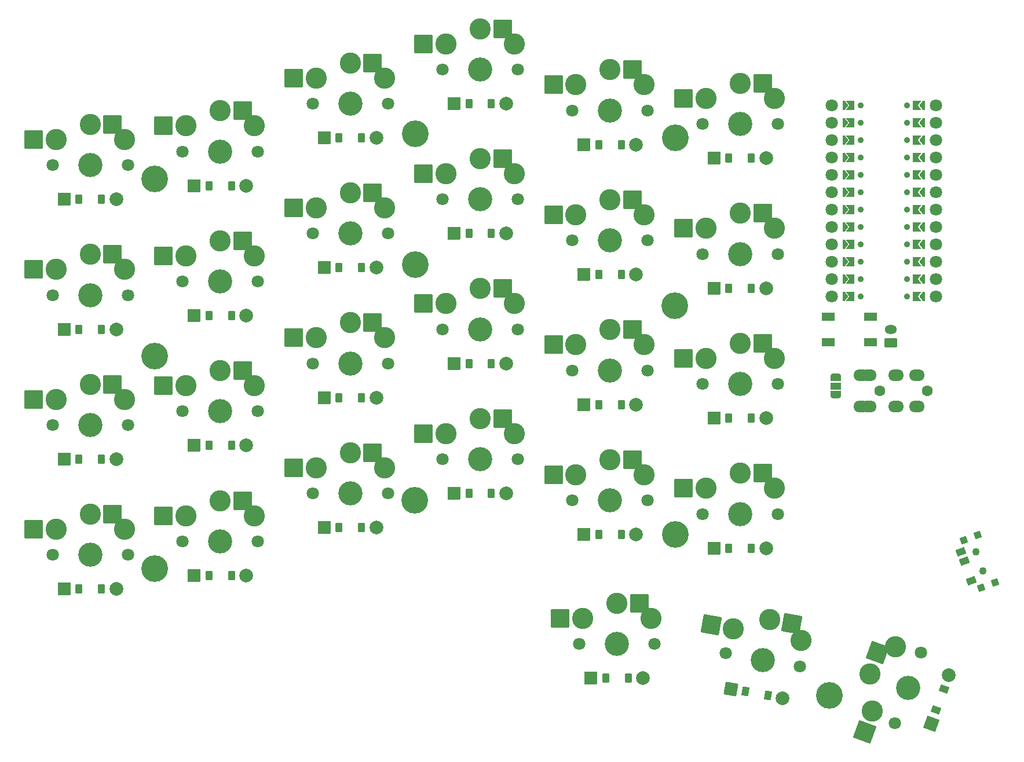
<source format=gbr>
%TF.GenerationSoftware,KiCad,Pcbnew,8.0.5-8.0.5-0~ubuntu20.04.1*%
%TF.CreationDate,2024-10-07T16:46:15+02:00*%
%TF.ProjectId,keyboard_pcb,6b657962-6f61-4726-945f-7063622e6b69,v1.0.0*%
%TF.SameCoordinates,Original*%
%TF.FileFunction,Soldermask,Top*%
%TF.FilePolarity,Negative*%
%FSLAX46Y46*%
G04 Gerber Fmt 4.6, Leading zero omitted, Abs format (unit mm)*
G04 Created by KiCad (PCBNEW 8.0.5-8.0.5-0~ubuntu20.04.1) date 2024-10-07 16:46:15*
%MOMM*%
%LPD*%
G01*
G04 APERTURE LIST*
G04 Aperture macros list*
%AMRoundRect*
0 Rectangle with rounded corners*
0 $1 Rounding radius*
0 $2 $3 $4 $5 $6 $7 $8 $9 X,Y pos of 4 corners*
0 Add a 4 corners polygon primitive as box body*
4,1,4,$2,$3,$4,$5,$6,$7,$8,$9,$2,$3,0*
0 Add four circle primitives for the rounded corners*
1,1,$1+$1,$2,$3*
1,1,$1+$1,$4,$5*
1,1,$1+$1,$6,$7*
1,1,$1+$1,$8,$9*
0 Add four rect primitives between the rounded corners*
20,1,$1+$1,$2,$3,$4,$5,0*
20,1,$1+$1,$4,$5,$6,$7,0*
20,1,$1+$1,$6,$7,$8,$9,0*
20,1,$1+$1,$8,$9,$2,$3,0*%
%AMFreePoly0*
4,1,16,-0.214645,0.660355,-0.210957,0.656235,0.289043,0.031235,0.299694,-0.005522,0.289043,-0.031235,-0.210957,-0.656235,-0.244478,-0.674694,-0.250000,-0.675000,-0.500000,-0.675000,-0.535355,-0.660355,-0.550000,-0.625000,-0.550000,0.625000,-0.535355,0.660355,-0.500000,0.675000,-0.250000,0.675000,-0.214645,0.660355,-0.214645,0.660355,$1*%
%AMFreePoly1*
4,1,16,0.535355,0.660355,0.550000,0.625000,0.550000,-0.625000,0.535355,-0.660355,0.500000,-0.675000,-0.650000,-0.675000,-0.685355,-0.660355,-0.700000,-0.625000,-0.689043,-0.593765,-0.214031,0.000000,-0.689043,0.593765,-0.699694,0.630522,-0.681235,0.664043,-0.650000,0.675000,0.500000,0.675000,0.535355,0.660355,0.535355,0.660355,$1*%
%AMFreePoly2*
4,1,35,0.585355,0.785355,0.600000,0.750000,0.600000,-0.750000,0.585355,-0.785355,0.550000,-0.800000,0.000000,-0.800000,-0.012286,-0.794911,-0.071157,-0.794911,-0.085244,-0.792886,-0.221795,-0.752791,-0.234740,-0.746879,-0.354462,-0.669938,-0.365217,-0.660618,-0.458414,-0.553063,-0.466109,-0.541091,-0.525228,-0.411637,-0.529237,-0.397982,-0.549491,-0.257116,-0.550000,-0.250000,-0.550000,0.250000,
-0.549491,0.257116,-0.529237,0.397982,-0.525228,0.411637,-0.466109,0.541091,-0.458414,0.553063,-0.365217,0.660618,-0.354462,0.669938,-0.234740,0.746879,-0.221795,0.752791,-0.085244,0.792886,-0.071157,0.794911,-0.012286,0.794911,0.000000,0.800000,0.550000,0.800000,0.585355,0.785355,0.585355,0.785355,$1*%
%AMFreePoly3*
4,1,35,0.012286,0.794911,0.071157,0.794911,0.085244,0.792886,0.221795,0.752791,0.234740,0.746879,0.354462,0.669938,0.365217,0.660618,0.458414,0.553063,0.466109,0.541091,0.525228,0.411637,0.529237,0.397982,0.549491,0.257116,0.550000,0.250000,0.550000,-0.250000,0.549491,-0.257116,0.529237,-0.397982,0.525228,-0.411637,0.466109,-0.541091,0.458414,-0.553063,0.365217,-0.660618,
0.354462,-0.669938,0.234740,-0.746879,0.221795,-0.752791,0.085244,-0.792886,0.071157,-0.794911,0.012286,-0.794911,0.000000,-0.800000,-0.550000,-0.800000,-0.585355,-0.785355,-0.600000,-0.750000,-0.600000,0.750000,-0.585355,0.785355,-0.550000,0.800000,0.000000,0.800000,0.012286,0.794911,0.012286,0.794911,$1*%
G04 Aperture macros list end*
%ADD10RoundRect,0.050000X-0.576771X0.268953X-0.268953X-0.576771X0.576771X-0.268953X0.268953X0.576771X0*%
%ADD11C,1.100000*%
%ADD12RoundRect,0.050000X-0.741217X0.209099X-0.433399X-0.636624X0.741217X-0.209099X0.433399X0.636624X0*%
%ADD13RoundRect,0.050000X-0.900000X-0.550000X0.900000X-0.550000X0.900000X0.550000X-0.900000X0.550000X0*%
%ADD14C,1.801800*%
%ADD15C,3.100000*%
%ADD16C,3.529000*%
%ADD17RoundRect,0.050000X-1.300000X-1.300000X1.300000X-1.300000X1.300000X1.300000X-1.300000X1.300000X0*%
%ADD18RoundRect,0.050000X-0.889000X-0.889000X0.889000X-0.889000X0.889000X0.889000X-0.889000X0.889000X0*%
%ADD19RoundRect,0.050000X-0.450000X-0.600000X0.450000X-0.600000X0.450000X0.600000X-0.450000X0.600000X0*%
%ADD20C,2.005000*%
%ADD21FreePoly0,180.000000*%
%ADD22C,1.800000*%
%ADD23FreePoly0,0.000000*%
%ADD24C,0.900000*%
%ADD25FreePoly1,180.000000*%
%ADD26FreePoly1,0.000000*%
%ADD27C,3.900000*%
%ADD28RoundRect,0.050000X0.850000X-0.600000X0.850000X0.600000X-0.850000X0.600000X-0.850000X-0.600000X0*%
%ADD29O,1.800000X1.300000*%
%ADD30RoundRect,0.050000X0.776974X-1.666227X1.666227X0.776974X-0.776974X1.666227X-1.666227X-0.776974X0*%
%ADD31RoundRect,0.050000X0.531331X-1.139443X1.139443X0.531331X-0.531331X1.139443X-1.139443X-0.531331X0*%
%ADD32RoundRect,0.050000X0.409907X-0.628074X0.717725X0.217650X-0.409907X0.628074X-0.717725X-0.217650X0*%
%ADD33C,1.600000*%
%ADD34O,2.300000X1.700000*%
%ADD35FreePoly2,270.000000*%
%ADD36RoundRect,0.050000X-0.750000X0.500000X-0.750000X-0.500000X0.750000X-0.500000X0.750000X0.500000X0*%
%ADD37FreePoly3,270.000000*%
%ADD38RoundRect,0.050000X-1.029867X-0.721121X0.721121X-1.029867X1.029867X0.721121X-0.721121X1.029867X0*%
%ADD39RoundRect,0.050000X-0.547352X-0.512743X0.338975X-0.669026X0.547352X0.512743X-0.338975X0.669026X0*%
%ADD40RoundRect,0.050000X-1.505993X-1.054507X1.054507X-1.505993X1.505993X1.054507X-1.054507X1.505993X0*%
G04 APERTURE END LIST*
D10*
%TO.C,T1*%
X229768187Y-147056454D03*
X227700865Y-147808898D03*
D11*
X229486970Y-149500000D03*
X230513030Y-152319078D03*
D10*
X232299135Y-154010180D03*
X230231813Y-154762624D03*
D12*
X228819683Y-153733539D03*
X227793623Y-150914461D03*
X227280592Y-149504921D03*
%TD*%
D13*
%TO.C,B1*%
X207900000Y-115150000D03*
X214100000Y-115150000D03*
X207900000Y-118850000D03*
X214100000Y-118850000D03*
%TD*%
D14*
%TO.C,S1*%
X94500000Y-150000000D03*
D15*
X95000000Y-146250000D03*
X100000000Y-144050000D03*
X100000000Y-144050000D03*
D16*
X100000000Y-150000000D03*
D15*
X105000000Y-146250000D03*
D14*
X105500000Y-150000000D03*
D17*
X103275000Y-144050000D03*
X91725000Y-146250000D03*
%TD*%
D18*
%TO.C,D6*%
X115190000Y-134000000D03*
D19*
X117350000Y-134000000D03*
X120650000Y-134000000D03*
D20*
X122810000Y-134000000D03*
%TD*%
D14*
%TO.C,S19*%
X170500000Y-104000000D03*
D15*
X171000000Y-100250000D03*
X176000000Y-98050000D03*
X176000000Y-98050000D03*
D16*
X176000000Y-104000000D03*
D15*
X181000000Y-100250000D03*
D14*
X181500000Y-104000000D03*
D17*
X179275000Y-98050000D03*
X167725000Y-100250000D03*
%TD*%
D18*
%TO.C,D10*%
X134190000Y-127000000D03*
D19*
X136350000Y-127000000D03*
X139650000Y-127000000D03*
D20*
X141810000Y-127000000D03*
%TD*%
D21*
%TO.C,MCU1*%
X221500000Y-84300000D03*
D22*
X223620000Y-84300000D03*
D21*
X221500000Y-86840000D03*
D22*
X223620000Y-86840000D03*
D21*
X221500000Y-89380000D03*
D22*
X223620000Y-89380000D03*
D21*
X221500000Y-91920000D03*
D22*
X223620000Y-91920000D03*
D21*
X221500000Y-94460000D03*
D22*
X223620000Y-94460000D03*
D21*
X221500000Y-97000000D03*
D22*
X223620000Y-97000000D03*
D21*
X221500000Y-99540000D03*
D22*
X223620000Y-99540000D03*
D21*
X221500000Y-102080000D03*
D22*
X223620000Y-102080000D03*
D21*
X221500000Y-104620000D03*
D22*
X223620000Y-104620000D03*
D21*
X221500000Y-107160000D03*
D22*
X223620000Y-107160000D03*
D21*
X221500000Y-109700000D03*
D22*
X223620000Y-109700000D03*
D21*
X221500000Y-112240000D03*
D22*
X223620000Y-112240000D03*
X208380000Y-112240000D03*
D23*
X210500000Y-112240000D03*
D22*
X208380000Y-109700000D03*
D23*
X210500000Y-109700000D03*
D22*
X208380000Y-107160000D03*
D23*
X210500000Y-107160000D03*
D22*
X208380000Y-104620000D03*
D23*
X210500000Y-104620000D03*
D22*
X208380000Y-102080000D03*
D23*
X210500000Y-102080000D03*
D22*
X208380000Y-99540000D03*
D23*
X210500000Y-99540000D03*
D22*
X208380000Y-97000000D03*
D23*
X210500000Y-97000000D03*
D22*
X208380000Y-94460000D03*
D23*
X210500000Y-94460000D03*
D22*
X208380000Y-91920000D03*
D23*
X210500000Y-91920000D03*
D22*
X208380000Y-89380000D03*
D23*
X210500000Y-89380000D03*
D22*
X208380000Y-86840000D03*
D23*
X210500000Y-86840000D03*
D22*
X208380000Y-84300000D03*
D23*
X210500000Y-84300000D03*
D24*
X219400000Y-84300000D03*
D25*
X220775000Y-84300000D03*
D24*
X219400000Y-86840000D03*
D25*
X220775000Y-86840000D03*
D24*
X219400000Y-89380000D03*
D25*
X220775000Y-89380000D03*
D24*
X219400000Y-91920000D03*
D25*
X220775000Y-91920000D03*
D24*
X219400000Y-94460000D03*
D25*
X220775000Y-94460000D03*
D24*
X219400000Y-97000000D03*
D25*
X220775000Y-97000000D03*
D24*
X219400000Y-99540000D03*
D25*
X220775000Y-99540000D03*
D24*
X219400000Y-102080000D03*
D25*
X220775000Y-102080000D03*
D24*
X219400000Y-104620000D03*
D25*
X220775000Y-104620000D03*
D24*
X219400000Y-107160000D03*
D25*
X220775000Y-107160000D03*
D24*
X219400000Y-109700000D03*
D25*
X220775000Y-109700000D03*
D24*
X219400000Y-112240000D03*
D25*
X220775000Y-112240000D03*
D26*
X211225000Y-112240000D03*
D24*
X212600000Y-112240000D03*
D26*
X211225000Y-109700000D03*
D24*
X212600000Y-109700000D03*
D26*
X211225000Y-107160000D03*
D24*
X212600000Y-107160000D03*
D26*
X211225000Y-104620000D03*
D24*
X212600000Y-104620000D03*
D26*
X211225000Y-102080000D03*
D24*
X212600000Y-102080000D03*
D26*
X211225000Y-99540000D03*
D24*
X212600000Y-99540000D03*
D26*
X211225000Y-97000000D03*
D24*
X212600000Y-97000000D03*
D26*
X211225000Y-94460000D03*
D24*
X212600000Y-94460000D03*
D26*
X211225000Y-91920000D03*
D24*
X212600000Y-91920000D03*
D26*
X211225000Y-89380000D03*
D24*
X212600000Y-89380000D03*
D26*
X211225000Y-86840000D03*
D24*
X212600000Y-86840000D03*
D26*
X211225000Y-84300000D03*
D24*
X212600000Y-84300000D03*
%TD*%
D14*
%TO.C,S8*%
X113500000Y-91000000D03*
D15*
X114000000Y-87250000D03*
X119000000Y-85050000D03*
X119000000Y-85050000D03*
D16*
X119000000Y-91000000D03*
D15*
X124000000Y-87250000D03*
D14*
X124500000Y-91000000D03*
D17*
X122275000Y-85050000D03*
X110725000Y-87250000D03*
%TD*%
D18*
%TO.C,D17*%
X172190000Y-147000000D03*
D19*
X174350000Y-147000000D03*
X177650000Y-147000000D03*
D20*
X179810000Y-147000000D03*
%TD*%
D14*
%TO.C,S3*%
X94500000Y-112000000D03*
D15*
X95000000Y-108250000D03*
X100000000Y-106050000D03*
X100000000Y-106050000D03*
D16*
X100000000Y-112000000D03*
D15*
X105000000Y-108250000D03*
D14*
X105500000Y-112000000D03*
D17*
X103275000Y-106050000D03*
X91725000Y-108250000D03*
%TD*%
D18*
%TO.C,D23*%
X191190000Y-111000000D03*
D19*
X193350000Y-111000000D03*
X196650000Y-111000000D03*
D20*
X198810000Y-111000000D03*
%TD*%
D27*
%TO.C,H3*%
X109450000Y-152000000D03*
%TD*%
%TO.C,H8*%
X109450000Y-120920000D03*
%TD*%
D18*
%TO.C,D2*%
X96190000Y-136000000D03*
D19*
X98350000Y-136000000D03*
X101650000Y-136000000D03*
D20*
X103810000Y-136000000D03*
%TD*%
D18*
%TO.C,D21*%
X191190000Y-149000000D03*
D19*
X193350000Y-149000000D03*
X196650000Y-149000000D03*
D20*
X198810000Y-149000000D03*
%TD*%
D28*
%TO.C,JST2*%
X217000000Y-119000000D03*
D29*
X217000000Y-117000000D03*
%TD*%
D11*
%TO.C,T2*%
X229486970Y-149500000D03*
X230513030Y-152319078D03*
%TD*%
D18*
%TO.C,D19*%
X172190000Y-109000000D03*
D19*
X174350000Y-109000000D03*
X177650000Y-109000000D03*
D20*
X179810000Y-109000000D03*
%TD*%
D18*
%TO.C,D8*%
X115190000Y-96000000D03*
D19*
X117350000Y-96000000D03*
X120650000Y-96000000D03*
D20*
X122810000Y-96000000D03*
%TD*%
D28*
%TO.C,JST1*%
X217000000Y-119000000D03*
D29*
X217000000Y-117000000D03*
%TD*%
D14*
%TO.C,S16*%
X151500000Y-79000000D03*
D15*
X152000000Y-75250000D03*
X157000000Y-73050000D03*
X157000000Y-73050000D03*
D16*
X157000000Y-79000000D03*
D15*
X162000000Y-75250000D03*
D14*
X162500000Y-79000000D03*
D17*
X160275000Y-73050000D03*
X148725000Y-75250000D03*
%TD*%
D14*
%TO.C,S4*%
X94500000Y-93000000D03*
D15*
X95000000Y-89250000D03*
X100000000Y-87050000D03*
X100000000Y-87050000D03*
D16*
X100000000Y-93000000D03*
D15*
X105000000Y-89250000D03*
D14*
X105500000Y-93000000D03*
D17*
X103275000Y-87050000D03*
X91725000Y-89250000D03*
%TD*%
D18*
%TO.C,D11*%
X134190000Y-108000000D03*
D19*
X136350000Y-108000000D03*
X139650000Y-108000000D03*
D20*
X141810000Y-108000000D03*
%TD*%
D14*
%TO.C,S2*%
X94500000Y-131000000D03*
D15*
X95000000Y-127250000D03*
X100000000Y-125050000D03*
X100000000Y-125050000D03*
D16*
X100000000Y-131000000D03*
D15*
X105000000Y-127250000D03*
D14*
X105500000Y-131000000D03*
D17*
X103275000Y-125050000D03*
X91725000Y-127250000D03*
%TD*%
D14*
%TO.C,S24*%
X189500000Y-87000000D03*
D15*
X190000000Y-83250000D03*
X195000000Y-81050000D03*
X195000000Y-81050000D03*
D16*
X195000000Y-87000000D03*
D15*
X200000000Y-83250000D03*
D14*
X200500000Y-87000000D03*
D17*
X198275000Y-81050000D03*
X186725000Y-83250000D03*
%TD*%
D14*
%TO.C,S27*%
X217652140Y-174579294D03*
D15*
X214299303Y-172826873D03*
X213942080Y-167375965D03*
X213942080Y-167375965D03*
D16*
X219533251Y-169410985D03*
D15*
X217719504Y-163429946D03*
D14*
X221414362Y-164242676D03*
D30*
X215062196Y-164298472D03*
X213179187Y-175904366D03*
%TD*%
D18*
%TO.C,D15*%
X153190000Y-103000000D03*
D19*
X155350000Y-103000000D03*
X158650000Y-103000000D03*
D20*
X160810000Y-103000000D03*
%TD*%
D18*
%TO.C,D18*%
X172190000Y-128000000D03*
D19*
X174350000Y-128000000D03*
X177650000Y-128000000D03*
D20*
X179810000Y-128000000D03*
%TD*%
D31*
%TO.C,D27*%
X222928617Y-174701314D03*
D32*
X223667381Y-172671578D03*
X224796047Y-169570592D03*
D20*
X225534811Y-167540856D03*
%TD*%
D27*
%TO.C,H2*%
X109450000Y-95000000D03*
%TD*%
%TO.C,H1*%
X185550000Y-89000000D03*
%TD*%
D18*
%TO.C,D25*%
X173190000Y-168000000D03*
D19*
X175350000Y-168000000D03*
X178650000Y-168000000D03*
D20*
X180810000Y-168000000D03*
%TD*%
D33*
%TO.C,TRRS1*%
X222400000Y-126000000D03*
X215400000Y-126000000D03*
D34*
X212700000Y-123700000D03*
X212700000Y-128300000D03*
X213800000Y-123700000D03*
X213800000Y-128300000D03*
X217800000Y-123700000D03*
X217800000Y-128300000D03*
X220800000Y-123700000D03*
X220800000Y-128300000D03*
%TD*%
D18*
%TO.C,D14*%
X153190000Y-122000000D03*
D19*
X155350000Y-122000000D03*
X158650000Y-122000000D03*
D20*
X160810000Y-122000000D03*
%TD*%
D14*
%TO.C,S20*%
X170500000Y-85000000D03*
D15*
X171000000Y-81250000D03*
X176000000Y-79050000D03*
X176000000Y-79050000D03*
D16*
X176000000Y-85000000D03*
D15*
X181000000Y-81250000D03*
D14*
X181500000Y-85000000D03*
D17*
X179275000Y-79050000D03*
X167725000Y-81250000D03*
%TD*%
D14*
%TO.C,S11*%
X132500000Y-103000000D03*
D15*
X133000000Y-99250000D03*
X138000000Y-97050000D03*
X138000000Y-97050000D03*
D16*
X138000000Y-103000000D03*
D15*
X143000000Y-99250000D03*
D14*
X143500000Y-103000000D03*
D17*
X141275000Y-97050000D03*
X129725000Y-99250000D03*
%TD*%
D14*
%TO.C,S9*%
X132500000Y-141000000D03*
D15*
X133000000Y-137250000D03*
X138000000Y-135050000D03*
X138000000Y-135050000D03*
D16*
X138000000Y-141000000D03*
D15*
X143000000Y-137250000D03*
D14*
X143500000Y-141000000D03*
D17*
X141275000Y-135050000D03*
X129725000Y-137250000D03*
%TD*%
D14*
%TO.C,S12*%
X132500000Y-84000000D03*
D15*
X133000000Y-80250000D03*
X138000000Y-78050000D03*
X138000000Y-78050000D03*
D16*
X138000000Y-84000000D03*
D15*
X143000000Y-80250000D03*
D14*
X143500000Y-84000000D03*
D17*
X141275000Y-78050000D03*
X129725000Y-80250000D03*
%TD*%
D18*
%TO.C,D12*%
X134190000Y-89000000D03*
D19*
X136350000Y-89000000D03*
X139650000Y-89000000D03*
D20*
X141810000Y-89000000D03*
%TD*%
D14*
%TO.C,S10*%
X132500000Y-122000000D03*
D15*
X133000000Y-118250000D03*
X138000000Y-116050000D03*
X138000000Y-116050000D03*
D16*
X138000000Y-122000000D03*
D15*
X143000000Y-118250000D03*
D14*
X143500000Y-122000000D03*
D17*
X141275000Y-116050000D03*
X129725000Y-118250000D03*
%TD*%
D18*
%TO.C,D13*%
X153190000Y-141000000D03*
D19*
X155350000Y-141000000D03*
X158650000Y-141000000D03*
D20*
X160810000Y-141000000D03*
%TD*%
D27*
%TO.C,H5*%
X147550000Y-107550000D03*
%TD*%
D14*
%TO.C,S5*%
X113500000Y-148000000D03*
D15*
X114000000Y-144250000D03*
X119000000Y-142050000D03*
X119000000Y-142050000D03*
D16*
X119000000Y-148000000D03*
D15*
X124000000Y-144250000D03*
D14*
X124500000Y-148000000D03*
D17*
X122275000Y-142050000D03*
X110725000Y-144250000D03*
%TD*%
D27*
%TO.C,H7*%
X208012759Y-170538758D03*
%TD*%
D14*
%TO.C,S13*%
X151500000Y-136000000D03*
D15*
X152000000Y-132250000D03*
X157000000Y-130050000D03*
X157000000Y-130050000D03*
D16*
X157000000Y-136000000D03*
D15*
X162000000Y-132250000D03*
D14*
X162500000Y-136000000D03*
D17*
X160275000Y-130050000D03*
X148725000Y-132250000D03*
%TD*%
D14*
%TO.C,S17*%
X170500000Y-142000000D03*
D15*
X171000000Y-138250000D03*
X176000000Y-136050000D03*
X176000000Y-136050000D03*
D16*
X176000000Y-142000000D03*
D15*
X181000000Y-138250000D03*
D14*
X181500000Y-142000000D03*
D17*
X179275000Y-136050000D03*
X167725000Y-138250000D03*
%TD*%
D27*
%TO.C,H4*%
X185550000Y-147000000D03*
%TD*%
D18*
%TO.C,D24*%
X191190000Y-92000000D03*
D19*
X193350000Y-92000000D03*
X196650000Y-92000000D03*
D20*
X198810000Y-92000000D03*
%TD*%
D14*
%TO.C,S21*%
X189500000Y-144000000D03*
D15*
X190000000Y-140250000D03*
X195000000Y-138050000D03*
X195000000Y-138050000D03*
D16*
X195000000Y-144000000D03*
D15*
X200000000Y-140250000D03*
D14*
X200500000Y-144000000D03*
D17*
X198275000Y-138050000D03*
X186725000Y-140250000D03*
%TD*%
D18*
%TO.C,D22*%
X191190000Y-130000000D03*
D19*
X193350000Y-130000000D03*
X196650000Y-130000000D03*
D20*
X198810000Y-130000000D03*
%TD*%
D18*
%TO.C,D9*%
X134190000Y-146000000D03*
D19*
X136350000Y-146000000D03*
X139650000Y-146000000D03*
D20*
X141810000Y-146000000D03*
%TD*%
D14*
%TO.C,S18*%
X170500000Y-123000000D03*
D15*
X171000000Y-119250000D03*
X176000000Y-117050000D03*
X176000000Y-117050000D03*
D16*
X176000000Y-123000000D03*
D15*
X181000000Y-119250000D03*
D14*
X181500000Y-123000000D03*
D17*
X179275000Y-117050000D03*
X167725000Y-119250000D03*
%TD*%
D18*
%TO.C,D5*%
X115190000Y-153000000D03*
D19*
X117350000Y-153000000D03*
X120650000Y-153000000D03*
D20*
X122810000Y-153000000D03*
%TD*%
D14*
%TO.C,S22*%
X189500000Y-125000000D03*
D15*
X190000000Y-121250000D03*
X195000000Y-119050000D03*
X195000000Y-119050000D03*
D16*
X195000000Y-125000000D03*
D15*
X200000000Y-121250000D03*
D14*
X200500000Y-125000000D03*
D17*
X198275000Y-119050000D03*
X186725000Y-121250000D03*
%TD*%
D18*
%TO.C,D3*%
X96190000Y-117000000D03*
D19*
X98350000Y-117000000D03*
X101650000Y-117000000D03*
D20*
X103810000Y-117000000D03*
%TD*%
D18*
%TO.C,D4*%
X96190000Y-98000000D03*
D19*
X98350000Y-98000000D03*
X101650000Y-98000000D03*
D20*
X103810000Y-98000000D03*
%TD*%
D27*
%TO.C,H6*%
X147450000Y-142000000D03*
%TD*%
D14*
%TO.C,S23*%
X189500000Y-106000000D03*
D15*
X190000000Y-102250000D03*
X195000000Y-100050000D03*
X195000000Y-100050000D03*
D16*
X195000000Y-106000000D03*
D15*
X200000000Y-102250000D03*
D14*
X200500000Y-106000000D03*
D17*
X198275000Y-100050000D03*
X186725000Y-102250000D03*
%TD*%
D35*
%TO.C,REF\u002A\u002A*%
X209000000Y-124000000D03*
D36*
X209000000Y-125300000D03*
D37*
X209000000Y-126600000D03*
%TD*%
D38*
%TO.C,D26*%
X193674094Y-169606650D03*
D39*
X195801281Y-169981731D03*
X199051147Y-170554769D03*
D20*
X201178334Y-170929850D03*
%TD*%
D18*
%TO.C,D7*%
X115190000Y-115000000D03*
D19*
X117350000Y-115000000D03*
X120650000Y-115000000D03*
D20*
X122810000Y-115000000D03*
%TD*%
D14*
%TO.C,S6*%
X113500000Y-129000000D03*
D15*
X114000000Y-125250000D03*
X119000000Y-123050000D03*
X119000000Y-123050000D03*
D16*
X119000000Y-129000000D03*
D15*
X124000000Y-125250000D03*
D14*
X124500000Y-129000000D03*
D17*
X122275000Y-123050000D03*
X110725000Y-125250000D03*
%TD*%
D14*
%TO.C,S25*%
X171500000Y-163000000D03*
D15*
X172000000Y-159250000D03*
X177000000Y-157050000D03*
X177000000Y-157050000D03*
D16*
X177000000Y-163000000D03*
D15*
X182000000Y-159250000D03*
D14*
X182500000Y-163000000D03*
D17*
X180275000Y-157050000D03*
X168725000Y-159250000D03*
%TD*%
D27*
%TO.C,H9*%
X147550000Y-88450000D03*
%TD*%
%TO.C,H10*%
X185450000Y-113550000D03*
%TD*%
D14*
%TO.C,S26*%
X192878012Y-164389146D03*
D15*
X194021597Y-160782941D03*
X199327662Y-159484605D03*
X199327662Y-159484605D03*
D16*
X198294455Y-165344211D03*
D15*
X203869674Y-162519423D03*
D14*
X203710898Y-166299276D03*
D40*
X202552907Y-160053303D03*
X190796352Y-160214243D03*
%TD*%
D14*
%TO.C,S7*%
X113500000Y-110000000D03*
D15*
X114000000Y-106250000D03*
X119000000Y-104050000D03*
X119000000Y-104050000D03*
D16*
X119000000Y-110000000D03*
D15*
X124000000Y-106250000D03*
D14*
X124500000Y-110000000D03*
D17*
X122275000Y-104050000D03*
X110725000Y-106250000D03*
%TD*%
D18*
%TO.C,D16*%
X153190000Y-84000000D03*
D19*
X155350000Y-84000000D03*
X158650000Y-84000000D03*
D20*
X160810000Y-84000000D03*
%TD*%
D18*
%TO.C,D1*%
X96190000Y-155000000D03*
D19*
X98350000Y-155000000D03*
X101650000Y-155000000D03*
D20*
X103810000Y-155000000D03*
%TD*%
D14*
%TO.C,S15*%
X151500000Y-98000000D03*
D15*
X152000000Y-94250000D03*
X157000000Y-92050000D03*
X157000000Y-92050000D03*
D16*
X157000000Y-98000000D03*
D15*
X162000000Y-94250000D03*
D14*
X162500000Y-98000000D03*
D17*
X160275000Y-92050000D03*
X148725000Y-94250000D03*
%TD*%
D14*
%TO.C,S14*%
X151500000Y-117000000D03*
D15*
X152000000Y-113250000D03*
X157000000Y-111050000D03*
X157000000Y-111050000D03*
D16*
X157000000Y-117000000D03*
D15*
X162000000Y-113250000D03*
D14*
X162500000Y-117000000D03*
D17*
X160275000Y-111050000D03*
X148725000Y-113250000D03*
%TD*%
D18*
%TO.C,D20*%
X172190000Y-90000000D03*
D19*
X174350000Y-90000000D03*
X177650000Y-90000000D03*
D20*
X179810000Y-90000000D03*
%TD*%
M02*

</source>
